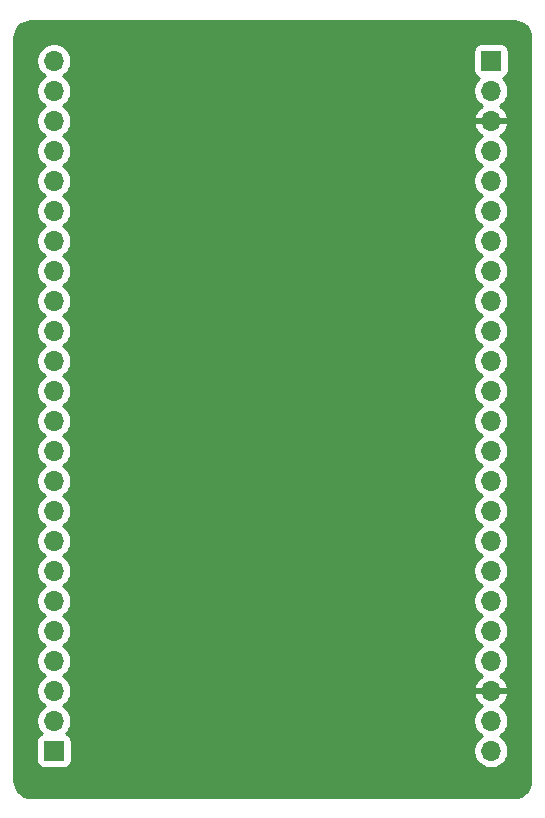
<source format=gbr>
G04 #@! TF.GenerationSoftware,KiCad,Pcbnew,(5.1.5)-3*
G04 #@! TF.CreationDate,2020-03-06T02:38:52-05:00*
G04 #@! TF.ProjectId,SingleBoard,53696e67-6c65-4426-9f61-72642e6b6963,rev?*
G04 #@! TF.SameCoordinates,Original*
G04 #@! TF.FileFunction,Copper,L2,Bot*
G04 #@! TF.FilePolarity,Positive*
%FSLAX46Y46*%
G04 Gerber Fmt 4.6, Leading zero omitted, Abs format (unit mm)*
G04 Created by KiCad (PCBNEW (5.1.5)-3) date 2020-03-06 02:38:52*
%MOMM*%
%LPD*%
G04 APERTURE LIST*
%ADD10O,1.700000X1.700000*%
%ADD11R,1.700000X1.700000*%
%ADD12C,0.254000*%
G04 APERTURE END LIST*
D10*
X131000000Y-102420000D03*
X131000000Y-99880000D03*
X131000000Y-97340000D03*
X131000000Y-94800000D03*
X131000000Y-92260000D03*
X131000000Y-89720000D03*
X131000000Y-87180000D03*
X131000000Y-84640000D03*
X131000000Y-82100000D03*
X131000000Y-79560000D03*
X131000000Y-77020000D03*
X131000000Y-74480000D03*
X131000000Y-71940000D03*
X131000000Y-69400000D03*
X131000000Y-66860000D03*
X131000000Y-64320000D03*
X131000000Y-61780000D03*
X131000000Y-59240000D03*
X131000000Y-56700000D03*
X131000000Y-54160000D03*
X131000000Y-51620000D03*
X131000000Y-49080000D03*
X131000000Y-46540000D03*
D11*
X131000000Y-44000000D03*
D10*
X94000000Y-44000000D03*
X94000000Y-46540000D03*
X94000000Y-49080000D03*
X94000000Y-51620000D03*
X94000000Y-54160000D03*
X94000000Y-56700000D03*
X94000000Y-59240000D03*
X94000000Y-61780000D03*
X94000000Y-64320000D03*
X94000000Y-66860000D03*
X94000000Y-69400000D03*
X94000000Y-71940000D03*
X94000000Y-74480000D03*
X94000000Y-77020000D03*
X94000000Y-79560000D03*
X94000000Y-82100000D03*
X94000000Y-84640000D03*
X94000000Y-87180000D03*
X94000000Y-89720000D03*
X94000000Y-92260000D03*
X94000000Y-94800000D03*
X94000000Y-97340000D03*
X94000000Y-99880000D03*
D11*
X94000000Y-102420000D03*
D12*
G36*
X133259659Y-40688625D02*
G01*
X133509429Y-40764035D01*
X133739792Y-40886522D01*
X133941980Y-41051422D01*
X134108286Y-41252450D01*
X134232378Y-41481954D01*
X134309531Y-41731195D01*
X134340000Y-42021088D01*
X134340001Y-104967711D01*
X134311375Y-105259660D01*
X134235965Y-105509429D01*
X134113477Y-105739794D01*
X133948579Y-105941979D01*
X133747546Y-106108288D01*
X133518046Y-106232378D01*
X133268805Y-106309531D01*
X132978911Y-106340000D01*
X92032279Y-106340000D01*
X91740340Y-106311375D01*
X91490571Y-106235965D01*
X91260206Y-106113477D01*
X91058021Y-105948579D01*
X90891712Y-105747546D01*
X90767622Y-105518046D01*
X90690469Y-105268805D01*
X90660000Y-104978911D01*
X90660000Y-101570000D01*
X92511928Y-101570000D01*
X92511928Y-103270000D01*
X92524188Y-103394482D01*
X92560498Y-103514180D01*
X92619463Y-103624494D01*
X92698815Y-103721185D01*
X92795506Y-103800537D01*
X92905820Y-103859502D01*
X93025518Y-103895812D01*
X93150000Y-103908072D01*
X94850000Y-103908072D01*
X94974482Y-103895812D01*
X95094180Y-103859502D01*
X95204494Y-103800537D01*
X95301185Y-103721185D01*
X95380537Y-103624494D01*
X95439502Y-103514180D01*
X95475812Y-103394482D01*
X95488072Y-103270000D01*
X95488072Y-101570000D01*
X95475812Y-101445518D01*
X95439502Y-101325820D01*
X95380537Y-101215506D01*
X95301185Y-101118815D01*
X95204494Y-101039463D01*
X95094180Y-100980498D01*
X95021620Y-100958487D01*
X95153475Y-100826632D01*
X95315990Y-100583411D01*
X95427932Y-100313158D01*
X95485000Y-100026260D01*
X95485000Y-99733740D01*
X129515000Y-99733740D01*
X129515000Y-100026260D01*
X129572068Y-100313158D01*
X129684010Y-100583411D01*
X129846525Y-100826632D01*
X130053368Y-101033475D01*
X130227760Y-101150000D01*
X130053368Y-101266525D01*
X129846525Y-101473368D01*
X129684010Y-101716589D01*
X129572068Y-101986842D01*
X129515000Y-102273740D01*
X129515000Y-102566260D01*
X129572068Y-102853158D01*
X129684010Y-103123411D01*
X129846525Y-103366632D01*
X130053368Y-103573475D01*
X130296589Y-103735990D01*
X130566842Y-103847932D01*
X130853740Y-103905000D01*
X131146260Y-103905000D01*
X131433158Y-103847932D01*
X131703411Y-103735990D01*
X131946632Y-103573475D01*
X132153475Y-103366632D01*
X132315990Y-103123411D01*
X132427932Y-102853158D01*
X132485000Y-102566260D01*
X132485000Y-102273740D01*
X132427932Y-101986842D01*
X132315990Y-101716589D01*
X132153475Y-101473368D01*
X131946632Y-101266525D01*
X131772240Y-101150000D01*
X131946632Y-101033475D01*
X132153475Y-100826632D01*
X132315990Y-100583411D01*
X132427932Y-100313158D01*
X132485000Y-100026260D01*
X132485000Y-99733740D01*
X132427932Y-99446842D01*
X132315990Y-99176589D01*
X132153475Y-98933368D01*
X131946632Y-98726525D01*
X131764466Y-98604805D01*
X131881355Y-98535178D01*
X132097588Y-98340269D01*
X132271641Y-98106920D01*
X132396825Y-97844099D01*
X132441476Y-97696890D01*
X132320155Y-97467000D01*
X131127000Y-97467000D01*
X131127000Y-97487000D01*
X130873000Y-97487000D01*
X130873000Y-97467000D01*
X129679845Y-97467000D01*
X129558524Y-97696890D01*
X129603175Y-97844099D01*
X129728359Y-98106920D01*
X129902412Y-98340269D01*
X130118645Y-98535178D01*
X130235534Y-98604805D01*
X130053368Y-98726525D01*
X129846525Y-98933368D01*
X129684010Y-99176589D01*
X129572068Y-99446842D01*
X129515000Y-99733740D01*
X95485000Y-99733740D01*
X95427932Y-99446842D01*
X95315990Y-99176589D01*
X95153475Y-98933368D01*
X94946632Y-98726525D01*
X94772240Y-98610000D01*
X94946632Y-98493475D01*
X95153475Y-98286632D01*
X95315990Y-98043411D01*
X95427932Y-97773158D01*
X95485000Y-97486260D01*
X95485000Y-97193740D01*
X95427932Y-96906842D01*
X95315990Y-96636589D01*
X95153475Y-96393368D01*
X94946632Y-96186525D01*
X94772240Y-96070000D01*
X94946632Y-95953475D01*
X95153475Y-95746632D01*
X95315990Y-95503411D01*
X95427932Y-95233158D01*
X95485000Y-94946260D01*
X95485000Y-94653740D01*
X95427932Y-94366842D01*
X95315990Y-94096589D01*
X95153475Y-93853368D01*
X94946632Y-93646525D01*
X94772240Y-93530000D01*
X94946632Y-93413475D01*
X95153475Y-93206632D01*
X95315990Y-92963411D01*
X95427932Y-92693158D01*
X95485000Y-92406260D01*
X95485000Y-92113740D01*
X95427932Y-91826842D01*
X95315990Y-91556589D01*
X95153475Y-91313368D01*
X94946632Y-91106525D01*
X94772240Y-90990000D01*
X94946632Y-90873475D01*
X95153475Y-90666632D01*
X95315990Y-90423411D01*
X95427932Y-90153158D01*
X95485000Y-89866260D01*
X95485000Y-89573740D01*
X95427932Y-89286842D01*
X95315990Y-89016589D01*
X95153475Y-88773368D01*
X94946632Y-88566525D01*
X94772240Y-88450000D01*
X94946632Y-88333475D01*
X95153475Y-88126632D01*
X95315990Y-87883411D01*
X95427932Y-87613158D01*
X95485000Y-87326260D01*
X95485000Y-87033740D01*
X95427932Y-86746842D01*
X95315990Y-86476589D01*
X95153475Y-86233368D01*
X94946632Y-86026525D01*
X94772240Y-85910000D01*
X94946632Y-85793475D01*
X95153475Y-85586632D01*
X95315990Y-85343411D01*
X95427932Y-85073158D01*
X95485000Y-84786260D01*
X95485000Y-84493740D01*
X95427932Y-84206842D01*
X95315990Y-83936589D01*
X95153475Y-83693368D01*
X94946632Y-83486525D01*
X94772240Y-83370000D01*
X94946632Y-83253475D01*
X95153475Y-83046632D01*
X95315990Y-82803411D01*
X95427932Y-82533158D01*
X95485000Y-82246260D01*
X95485000Y-81953740D01*
X95427932Y-81666842D01*
X95315990Y-81396589D01*
X95153475Y-81153368D01*
X94946632Y-80946525D01*
X94772240Y-80830000D01*
X94946632Y-80713475D01*
X95153475Y-80506632D01*
X95315990Y-80263411D01*
X95427932Y-79993158D01*
X95485000Y-79706260D01*
X95485000Y-79413740D01*
X95427932Y-79126842D01*
X95315990Y-78856589D01*
X95153475Y-78613368D01*
X94946632Y-78406525D01*
X94772240Y-78290000D01*
X94946632Y-78173475D01*
X95153475Y-77966632D01*
X95315990Y-77723411D01*
X95427932Y-77453158D01*
X95485000Y-77166260D01*
X95485000Y-76873740D01*
X95427932Y-76586842D01*
X95315990Y-76316589D01*
X95153475Y-76073368D01*
X94946632Y-75866525D01*
X94772240Y-75750000D01*
X94946632Y-75633475D01*
X95153475Y-75426632D01*
X95315990Y-75183411D01*
X95427932Y-74913158D01*
X95485000Y-74626260D01*
X95485000Y-74333740D01*
X95427932Y-74046842D01*
X95315990Y-73776589D01*
X95153475Y-73533368D01*
X94946632Y-73326525D01*
X94772240Y-73210000D01*
X94946632Y-73093475D01*
X95153475Y-72886632D01*
X95315990Y-72643411D01*
X95427932Y-72373158D01*
X95485000Y-72086260D01*
X95485000Y-71793740D01*
X95427932Y-71506842D01*
X95315990Y-71236589D01*
X95153475Y-70993368D01*
X94946632Y-70786525D01*
X94772240Y-70670000D01*
X94946632Y-70553475D01*
X95153475Y-70346632D01*
X95315990Y-70103411D01*
X95427932Y-69833158D01*
X95485000Y-69546260D01*
X95485000Y-69253740D01*
X95427932Y-68966842D01*
X95315990Y-68696589D01*
X95153475Y-68453368D01*
X94946632Y-68246525D01*
X94772240Y-68130000D01*
X94946632Y-68013475D01*
X95153475Y-67806632D01*
X95315990Y-67563411D01*
X95427932Y-67293158D01*
X95485000Y-67006260D01*
X95485000Y-66713740D01*
X95427932Y-66426842D01*
X95315990Y-66156589D01*
X95153475Y-65913368D01*
X94946632Y-65706525D01*
X94772240Y-65590000D01*
X94946632Y-65473475D01*
X95153475Y-65266632D01*
X95315990Y-65023411D01*
X95427932Y-64753158D01*
X95485000Y-64466260D01*
X95485000Y-64173740D01*
X95427932Y-63886842D01*
X95315990Y-63616589D01*
X95153475Y-63373368D01*
X94946632Y-63166525D01*
X94772240Y-63050000D01*
X94946632Y-62933475D01*
X95153475Y-62726632D01*
X95315990Y-62483411D01*
X95427932Y-62213158D01*
X95485000Y-61926260D01*
X95485000Y-61633740D01*
X95427932Y-61346842D01*
X95315990Y-61076589D01*
X95153475Y-60833368D01*
X94946632Y-60626525D01*
X94772240Y-60510000D01*
X94946632Y-60393475D01*
X95153475Y-60186632D01*
X95315990Y-59943411D01*
X95427932Y-59673158D01*
X95485000Y-59386260D01*
X95485000Y-59093740D01*
X95427932Y-58806842D01*
X95315990Y-58536589D01*
X95153475Y-58293368D01*
X94946632Y-58086525D01*
X94772240Y-57970000D01*
X94946632Y-57853475D01*
X95153475Y-57646632D01*
X95315990Y-57403411D01*
X95427932Y-57133158D01*
X95485000Y-56846260D01*
X95485000Y-56553740D01*
X95427932Y-56266842D01*
X95315990Y-55996589D01*
X95153475Y-55753368D01*
X94946632Y-55546525D01*
X94772240Y-55430000D01*
X94946632Y-55313475D01*
X95153475Y-55106632D01*
X95315990Y-54863411D01*
X95427932Y-54593158D01*
X95485000Y-54306260D01*
X95485000Y-54013740D01*
X95427932Y-53726842D01*
X95315990Y-53456589D01*
X95153475Y-53213368D01*
X94946632Y-53006525D01*
X94772240Y-52890000D01*
X94946632Y-52773475D01*
X95153475Y-52566632D01*
X95315990Y-52323411D01*
X95427932Y-52053158D01*
X95485000Y-51766260D01*
X95485000Y-51473740D01*
X129515000Y-51473740D01*
X129515000Y-51766260D01*
X129572068Y-52053158D01*
X129684010Y-52323411D01*
X129846525Y-52566632D01*
X130053368Y-52773475D01*
X130227760Y-52890000D01*
X130053368Y-53006525D01*
X129846525Y-53213368D01*
X129684010Y-53456589D01*
X129572068Y-53726842D01*
X129515000Y-54013740D01*
X129515000Y-54306260D01*
X129572068Y-54593158D01*
X129684010Y-54863411D01*
X129846525Y-55106632D01*
X130053368Y-55313475D01*
X130227760Y-55430000D01*
X130053368Y-55546525D01*
X129846525Y-55753368D01*
X129684010Y-55996589D01*
X129572068Y-56266842D01*
X129515000Y-56553740D01*
X129515000Y-56846260D01*
X129572068Y-57133158D01*
X129684010Y-57403411D01*
X129846525Y-57646632D01*
X130053368Y-57853475D01*
X130227760Y-57970000D01*
X130053368Y-58086525D01*
X129846525Y-58293368D01*
X129684010Y-58536589D01*
X129572068Y-58806842D01*
X129515000Y-59093740D01*
X129515000Y-59386260D01*
X129572068Y-59673158D01*
X129684010Y-59943411D01*
X129846525Y-60186632D01*
X130053368Y-60393475D01*
X130227760Y-60510000D01*
X130053368Y-60626525D01*
X129846525Y-60833368D01*
X129684010Y-61076589D01*
X129572068Y-61346842D01*
X129515000Y-61633740D01*
X129515000Y-61926260D01*
X129572068Y-62213158D01*
X129684010Y-62483411D01*
X129846525Y-62726632D01*
X130053368Y-62933475D01*
X130227760Y-63050000D01*
X130053368Y-63166525D01*
X129846525Y-63373368D01*
X129684010Y-63616589D01*
X129572068Y-63886842D01*
X129515000Y-64173740D01*
X129515000Y-64466260D01*
X129572068Y-64753158D01*
X129684010Y-65023411D01*
X129846525Y-65266632D01*
X130053368Y-65473475D01*
X130227760Y-65590000D01*
X130053368Y-65706525D01*
X129846525Y-65913368D01*
X129684010Y-66156589D01*
X129572068Y-66426842D01*
X129515000Y-66713740D01*
X129515000Y-67006260D01*
X129572068Y-67293158D01*
X129684010Y-67563411D01*
X129846525Y-67806632D01*
X130053368Y-68013475D01*
X130227760Y-68130000D01*
X130053368Y-68246525D01*
X129846525Y-68453368D01*
X129684010Y-68696589D01*
X129572068Y-68966842D01*
X129515000Y-69253740D01*
X129515000Y-69546260D01*
X129572068Y-69833158D01*
X129684010Y-70103411D01*
X129846525Y-70346632D01*
X130053368Y-70553475D01*
X130227760Y-70670000D01*
X130053368Y-70786525D01*
X129846525Y-70993368D01*
X129684010Y-71236589D01*
X129572068Y-71506842D01*
X129515000Y-71793740D01*
X129515000Y-72086260D01*
X129572068Y-72373158D01*
X129684010Y-72643411D01*
X129846525Y-72886632D01*
X130053368Y-73093475D01*
X130227760Y-73210000D01*
X130053368Y-73326525D01*
X129846525Y-73533368D01*
X129684010Y-73776589D01*
X129572068Y-74046842D01*
X129515000Y-74333740D01*
X129515000Y-74626260D01*
X129572068Y-74913158D01*
X129684010Y-75183411D01*
X129846525Y-75426632D01*
X130053368Y-75633475D01*
X130227760Y-75750000D01*
X130053368Y-75866525D01*
X129846525Y-76073368D01*
X129684010Y-76316589D01*
X129572068Y-76586842D01*
X129515000Y-76873740D01*
X129515000Y-77166260D01*
X129572068Y-77453158D01*
X129684010Y-77723411D01*
X129846525Y-77966632D01*
X130053368Y-78173475D01*
X130227760Y-78290000D01*
X130053368Y-78406525D01*
X129846525Y-78613368D01*
X129684010Y-78856589D01*
X129572068Y-79126842D01*
X129515000Y-79413740D01*
X129515000Y-79706260D01*
X129572068Y-79993158D01*
X129684010Y-80263411D01*
X129846525Y-80506632D01*
X130053368Y-80713475D01*
X130227760Y-80830000D01*
X130053368Y-80946525D01*
X129846525Y-81153368D01*
X129684010Y-81396589D01*
X129572068Y-81666842D01*
X129515000Y-81953740D01*
X129515000Y-82246260D01*
X129572068Y-82533158D01*
X129684010Y-82803411D01*
X129846525Y-83046632D01*
X130053368Y-83253475D01*
X130227760Y-83370000D01*
X130053368Y-83486525D01*
X129846525Y-83693368D01*
X129684010Y-83936589D01*
X129572068Y-84206842D01*
X129515000Y-84493740D01*
X129515000Y-84786260D01*
X129572068Y-85073158D01*
X129684010Y-85343411D01*
X129846525Y-85586632D01*
X130053368Y-85793475D01*
X130227760Y-85910000D01*
X130053368Y-86026525D01*
X129846525Y-86233368D01*
X129684010Y-86476589D01*
X129572068Y-86746842D01*
X129515000Y-87033740D01*
X129515000Y-87326260D01*
X129572068Y-87613158D01*
X129684010Y-87883411D01*
X129846525Y-88126632D01*
X130053368Y-88333475D01*
X130227760Y-88450000D01*
X130053368Y-88566525D01*
X129846525Y-88773368D01*
X129684010Y-89016589D01*
X129572068Y-89286842D01*
X129515000Y-89573740D01*
X129515000Y-89866260D01*
X129572068Y-90153158D01*
X129684010Y-90423411D01*
X129846525Y-90666632D01*
X130053368Y-90873475D01*
X130227760Y-90990000D01*
X130053368Y-91106525D01*
X129846525Y-91313368D01*
X129684010Y-91556589D01*
X129572068Y-91826842D01*
X129515000Y-92113740D01*
X129515000Y-92406260D01*
X129572068Y-92693158D01*
X129684010Y-92963411D01*
X129846525Y-93206632D01*
X130053368Y-93413475D01*
X130227760Y-93530000D01*
X130053368Y-93646525D01*
X129846525Y-93853368D01*
X129684010Y-94096589D01*
X129572068Y-94366842D01*
X129515000Y-94653740D01*
X129515000Y-94946260D01*
X129572068Y-95233158D01*
X129684010Y-95503411D01*
X129846525Y-95746632D01*
X130053368Y-95953475D01*
X130235534Y-96075195D01*
X130118645Y-96144822D01*
X129902412Y-96339731D01*
X129728359Y-96573080D01*
X129603175Y-96835901D01*
X129558524Y-96983110D01*
X129679845Y-97213000D01*
X130873000Y-97213000D01*
X130873000Y-97193000D01*
X131127000Y-97193000D01*
X131127000Y-97213000D01*
X132320155Y-97213000D01*
X132441476Y-96983110D01*
X132396825Y-96835901D01*
X132271641Y-96573080D01*
X132097588Y-96339731D01*
X131881355Y-96144822D01*
X131764466Y-96075195D01*
X131946632Y-95953475D01*
X132153475Y-95746632D01*
X132315990Y-95503411D01*
X132427932Y-95233158D01*
X132485000Y-94946260D01*
X132485000Y-94653740D01*
X132427932Y-94366842D01*
X132315990Y-94096589D01*
X132153475Y-93853368D01*
X131946632Y-93646525D01*
X131772240Y-93530000D01*
X131946632Y-93413475D01*
X132153475Y-93206632D01*
X132315990Y-92963411D01*
X132427932Y-92693158D01*
X132485000Y-92406260D01*
X132485000Y-92113740D01*
X132427932Y-91826842D01*
X132315990Y-91556589D01*
X132153475Y-91313368D01*
X131946632Y-91106525D01*
X131772240Y-90990000D01*
X131946632Y-90873475D01*
X132153475Y-90666632D01*
X132315990Y-90423411D01*
X132427932Y-90153158D01*
X132485000Y-89866260D01*
X132485000Y-89573740D01*
X132427932Y-89286842D01*
X132315990Y-89016589D01*
X132153475Y-88773368D01*
X131946632Y-88566525D01*
X131772240Y-88450000D01*
X131946632Y-88333475D01*
X132153475Y-88126632D01*
X132315990Y-87883411D01*
X132427932Y-87613158D01*
X132485000Y-87326260D01*
X132485000Y-87033740D01*
X132427932Y-86746842D01*
X132315990Y-86476589D01*
X132153475Y-86233368D01*
X131946632Y-86026525D01*
X131772240Y-85910000D01*
X131946632Y-85793475D01*
X132153475Y-85586632D01*
X132315990Y-85343411D01*
X132427932Y-85073158D01*
X132485000Y-84786260D01*
X132485000Y-84493740D01*
X132427932Y-84206842D01*
X132315990Y-83936589D01*
X132153475Y-83693368D01*
X131946632Y-83486525D01*
X131772240Y-83370000D01*
X131946632Y-83253475D01*
X132153475Y-83046632D01*
X132315990Y-82803411D01*
X132427932Y-82533158D01*
X132485000Y-82246260D01*
X132485000Y-81953740D01*
X132427932Y-81666842D01*
X132315990Y-81396589D01*
X132153475Y-81153368D01*
X131946632Y-80946525D01*
X131772240Y-80830000D01*
X131946632Y-80713475D01*
X132153475Y-80506632D01*
X132315990Y-80263411D01*
X132427932Y-79993158D01*
X132485000Y-79706260D01*
X132485000Y-79413740D01*
X132427932Y-79126842D01*
X132315990Y-78856589D01*
X132153475Y-78613368D01*
X131946632Y-78406525D01*
X131772240Y-78290000D01*
X131946632Y-78173475D01*
X132153475Y-77966632D01*
X132315990Y-77723411D01*
X132427932Y-77453158D01*
X132485000Y-77166260D01*
X132485000Y-76873740D01*
X132427932Y-76586842D01*
X132315990Y-76316589D01*
X132153475Y-76073368D01*
X131946632Y-75866525D01*
X131772240Y-75750000D01*
X131946632Y-75633475D01*
X132153475Y-75426632D01*
X132315990Y-75183411D01*
X132427932Y-74913158D01*
X132485000Y-74626260D01*
X132485000Y-74333740D01*
X132427932Y-74046842D01*
X132315990Y-73776589D01*
X132153475Y-73533368D01*
X131946632Y-73326525D01*
X131772240Y-73210000D01*
X131946632Y-73093475D01*
X132153475Y-72886632D01*
X132315990Y-72643411D01*
X132427932Y-72373158D01*
X132485000Y-72086260D01*
X132485000Y-71793740D01*
X132427932Y-71506842D01*
X132315990Y-71236589D01*
X132153475Y-70993368D01*
X131946632Y-70786525D01*
X131772240Y-70670000D01*
X131946632Y-70553475D01*
X132153475Y-70346632D01*
X132315990Y-70103411D01*
X132427932Y-69833158D01*
X132485000Y-69546260D01*
X132485000Y-69253740D01*
X132427932Y-68966842D01*
X132315990Y-68696589D01*
X132153475Y-68453368D01*
X131946632Y-68246525D01*
X131772240Y-68130000D01*
X131946632Y-68013475D01*
X132153475Y-67806632D01*
X132315990Y-67563411D01*
X132427932Y-67293158D01*
X132485000Y-67006260D01*
X132485000Y-66713740D01*
X132427932Y-66426842D01*
X132315990Y-66156589D01*
X132153475Y-65913368D01*
X131946632Y-65706525D01*
X131772240Y-65590000D01*
X131946632Y-65473475D01*
X132153475Y-65266632D01*
X132315990Y-65023411D01*
X132427932Y-64753158D01*
X132485000Y-64466260D01*
X132485000Y-64173740D01*
X132427932Y-63886842D01*
X132315990Y-63616589D01*
X132153475Y-63373368D01*
X131946632Y-63166525D01*
X131772240Y-63050000D01*
X131946632Y-62933475D01*
X132153475Y-62726632D01*
X132315990Y-62483411D01*
X132427932Y-62213158D01*
X132485000Y-61926260D01*
X132485000Y-61633740D01*
X132427932Y-61346842D01*
X132315990Y-61076589D01*
X132153475Y-60833368D01*
X131946632Y-60626525D01*
X131772240Y-60510000D01*
X131946632Y-60393475D01*
X132153475Y-60186632D01*
X132315990Y-59943411D01*
X132427932Y-59673158D01*
X132485000Y-59386260D01*
X132485000Y-59093740D01*
X132427932Y-58806842D01*
X132315990Y-58536589D01*
X132153475Y-58293368D01*
X131946632Y-58086525D01*
X131772240Y-57970000D01*
X131946632Y-57853475D01*
X132153475Y-57646632D01*
X132315990Y-57403411D01*
X132427932Y-57133158D01*
X132485000Y-56846260D01*
X132485000Y-56553740D01*
X132427932Y-56266842D01*
X132315990Y-55996589D01*
X132153475Y-55753368D01*
X131946632Y-55546525D01*
X131772240Y-55430000D01*
X131946632Y-55313475D01*
X132153475Y-55106632D01*
X132315990Y-54863411D01*
X132427932Y-54593158D01*
X132485000Y-54306260D01*
X132485000Y-54013740D01*
X132427932Y-53726842D01*
X132315990Y-53456589D01*
X132153475Y-53213368D01*
X131946632Y-53006525D01*
X131772240Y-52890000D01*
X131946632Y-52773475D01*
X132153475Y-52566632D01*
X132315990Y-52323411D01*
X132427932Y-52053158D01*
X132485000Y-51766260D01*
X132485000Y-51473740D01*
X132427932Y-51186842D01*
X132315990Y-50916589D01*
X132153475Y-50673368D01*
X131946632Y-50466525D01*
X131764466Y-50344805D01*
X131881355Y-50275178D01*
X132097588Y-50080269D01*
X132271641Y-49846920D01*
X132396825Y-49584099D01*
X132441476Y-49436890D01*
X132320155Y-49207000D01*
X131127000Y-49207000D01*
X131127000Y-49227000D01*
X130873000Y-49227000D01*
X130873000Y-49207000D01*
X129679845Y-49207000D01*
X129558524Y-49436890D01*
X129603175Y-49584099D01*
X129728359Y-49846920D01*
X129902412Y-50080269D01*
X130118645Y-50275178D01*
X130235534Y-50344805D01*
X130053368Y-50466525D01*
X129846525Y-50673368D01*
X129684010Y-50916589D01*
X129572068Y-51186842D01*
X129515000Y-51473740D01*
X95485000Y-51473740D01*
X95427932Y-51186842D01*
X95315990Y-50916589D01*
X95153475Y-50673368D01*
X94946632Y-50466525D01*
X94772240Y-50350000D01*
X94946632Y-50233475D01*
X95153475Y-50026632D01*
X95315990Y-49783411D01*
X95427932Y-49513158D01*
X95485000Y-49226260D01*
X95485000Y-48933740D01*
X95427932Y-48646842D01*
X95315990Y-48376589D01*
X95153475Y-48133368D01*
X94946632Y-47926525D01*
X94772240Y-47810000D01*
X94946632Y-47693475D01*
X95153475Y-47486632D01*
X95315990Y-47243411D01*
X95427932Y-46973158D01*
X95485000Y-46686260D01*
X95485000Y-46393740D01*
X95427932Y-46106842D01*
X95315990Y-45836589D01*
X95153475Y-45593368D01*
X94946632Y-45386525D01*
X94772240Y-45270000D01*
X94946632Y-45153475D01*
X95153475Y-44946632D01*
X95315990Y-44703411D01*
X95427932Y-44433158D01*
X95485000Y-44146260D01*
X95485000Y-43853740D01*
X95427932Y-43566842D01*
X95315990Y-43296589D01*
X95218043Y-43150000D01*
X129511928Y-43150000D01*
X129511928Y-44850000D01*
X129524188Y-44974482D01*
X129560498Y-45094180D01*
X129619463Y-45204494D01*
X129698815Y-45301185D01*
X129795506Y-45380537D01*
X129905820Y-45439502D01*
X129978380Y-45461513D01*
X129846525Y-45593368D01*
X129684010Y-45836589D01*
X129572068Y-46106842D01*
X129515000Y-46393740D01*
X129515000Y-46686260D01*
X129572068Y-46973158D01*
X129684010Y-47243411D01*
X129846525Y-47486632D01*
X130053368Y-47693475D01*
X130235534Y-47815195D01*
X130118645Y-47884822D01*
X129902412Y-48079731D01*
X129728359Y-48313080D01*
X129603175Y-48575901D01*
X129558524Y-48723110D01*
X129679845Y-48953000D01*
X130873000Y-48953000D01*
X130873000Y-48933000D01*
X131127000Y-48933000D01*
X131127000Y-48953000D01*
X132320155Y-48953000D01*
X132441476Y-48723110D01*
X132396825Y-48575901D01*
X132271641Y-48313080D01*
X132097588Y-48079731D01*
X131881355Y-47884822D01*
X131764466Y-47815195D01*
X131946632Y-47693475D01*
X132153475Y-47486632D01*
X132315990Y-47243411D01*
X132427932Y-46973158D01*
X132485000Y-46686260D01*
X132485000Y-46393740D01*
X132427932Y-46106842D01*
X132315990Y-45836589D01*
X132153475Y-45593368D01*
X132021620Y-45461513D01*
X132094180Y-45439502D01*
X132204494Y-45380537D01*
X132301185Y-45301185D01*
X132380537Y-45204494D01*
X132439502Y-45094180D01*
X132475812Y-44974482D01*
X132488072Y-44850000D01*
X132488072Y-43150000D01*
X132475812Y-43025518D01*
X132439502Y-42905820D01*
X132380537Y-42795506D01*
X132301185Y-42698815D01*
X132204494Y-42619463D01*
X132094180Y-42560498D01*
X131974482Y-42524188D01*
X131850000Y-42511928D01*
X130150000Y-42511928D01*
X130025518Y-42524188D01*
X129905820Y-42560498D01*
X129795506Y-42619463D01*
X129698815Y-42698815D01*
X129619463Y-42795506D01*
X129560498Y-42905820D01*
X129524188Y-43025518D01*
X129511928Y-43150000D01*
X95218043Y-43150000D01*
X95153475Y-43053368D01*
X94946632Y-42846525D01*
X94703411Y-42684010D01*
X94433158Y-42572068D01*
X94146260Y-42515000D01*
X93853740Y-42515000D01*
X93566842Y-42572068D01*
X93296589Y-42684010D01*
X93053368Y-42846525D01*
X92846525Y-43053368D01*
X92684010Y-43296589D01*
X92572068Y-43566842D01*
X92515000Y-43853740D01*
X92515000Y-44146260D01*
X92572068Y-44433158D01*
X92684010Y-44703411D01*
X92846525Y-44946632D01*
X93053368Y-45153475D01*
X93227760Y-45270000D01*
X93053368Y-45386525D01*
X92846525Y-45593368D01*
X92684010Y-45836589D01*
X92572068Y-46106842D01*
X92515000Y-46393740D01*
X92515000Y-46686260D01*
X92572068Y-46973158D01*
X92684010Y-47243411D01*
X92846525Y-47486632D01*
X93053368Y-47693475D01*
X93227760Y-47810000D01*
X93053368Y-47926525D01*
X92846525Y-48133368D01*
X92684010Y-48376589D01*
X92572068Y-48646842D01*
X92515000Y-48933740D01*
X92515000Y-49226260D01*
X92572068Y-49513158D01*
X92684010Y-49783411D01*
X92846525Y-50026632D01*
X93053368Y-50233475D01*
X93227760Y-50350000D01*
X93053368Y-50466525D01*
X92846525Y-50673368D01*
X92684010Y-50916589D01*
X92572068Y-51186842D01*
X92515000Y-51473740D01*
X92515000Y-51766260D01*
X92572068Y-52053158D01*
X92684010Y-52323411D01*
X92846525Y-52566632D01*
X93053368Y-52773475D01*
X93227760Y-52890000D01*
X93053368Y-53006525D01*
X92846525Y-53213368D01*
X92684010Y-53456589D01*
X92572068Y-53726842D01*
X92515000Y-54013740D01*
X92515000Y-54306260D01*
X92572068Y-54593158D01*
X92684010Y-54863411D01*
X92846525Y-55106632D01*
X93053368Y-55313475D01*
X93227760Y-55430000D01*
X93053368Y-55546525D01*
X92846525Y-55753368D01*
X92684010Y-55996589D01*
X92572068Y-56266842D01*
X92515000Y-56553740D01*
X92515000Y-56846260D01*
X92572068Y-57133158D01*
X92684010Y-57403411D01*
X92846525Y-57646632D01*
X93053368Y-57853475D01*
X93227760Y-57970000D01*
X93053368Y-58086525D01*
X92846525Y-58293368D01*
X92684010Y-58536589D01*
X92572068Y-58806842D01*
X92515000Y-59093740D01*
X92515000Y-59386260D01*
X92572068Y-59673158D01*
X92684010Y-59943411D01*
X92846525Y-60186632D01*
X93053368Y-60393475D01*
X93227760Y-60510000D01*
X93053368Y-60626525D01*
X92846525Y-60833368D01*
X92684010Y-61076589D01*
X92572068Y-61346842D01*
X92515000Y-61633740D01*
X92515000Y-61926260D01*
X92572068Y-62213158D01*
X92684010Y-62483411D01*
X92846525Y-62726632D01*
X93053368Y-62933475D01*
X93227760Y-63050000D01*
X93053368Y-63166525D01*
X92846525Y-63373368D01*
X92684010Y-63616589D01*
X92572068Y-63886842D01*
X92515000Y-64173740D01*
X92515000Y-64466260D01*
X92572068Y-64753158D01*
X92684010Y-65023411D01*
X92846525Y-65266632D01*
X93053368Y-65473475D01*
X93227760Y-65590000D01*
X93053368Y-65706525D01*
X92846525Y-65913368D01*
X92684010Y-66156589D01*
X92572068Y-66426842D01*
X92515000Y-66713740D01*
X92515000Y-67006260D01*
X92572068Y-67293158D01*
X92684010Y-67563411D01*
X92846525Y-67806632D01*
X93053368Y-68013475D01*
X93227760Y-68130000D01*
X93053368Y-68246525D01*
X92846525Y-68453368D01*
X92684010Y-68696589D01*
X92572068Y-68966842D01*
X92515000Y-69253740D01*
X92515000Y-69546260D01*
X92572068Y-69833158D01*
X92684010Y-70103411D01*
X92846525Y-70346632D01*
X93053368Y-70553475D01*
X93227760Y-70670000D01*
X93053368Y-70786525D01*
X92846525Y-70993368D01*
X92684010Y-71236589D01*
X92572068Y-71506842D01*
X92515000Y-71793740D01*
X92515000Y-72086260D01*
X92572068Y-72373158D01*
X92684010Y-72643411D01*
X92846525Y-72886632D01*
X93053368Y-73093475D01*
X93227760Y-73210000D01*
X93053368Y-73326525D01*
X92846525Y-73533368D01*
X92684010Y-73776589D01*
X92572068Y-74046842D01*
X92515000Y-74333740D01*
X92515000Y-74626260D01*
X92572068Y-74913158D01*
X92684010Y-75183411D01*
X92846525Y-75426632D01*
X93053368Y-75633475D01*
X93227760Y-75750000D01*
X93053368Y-75866525D01*
X92846525Y-76073368D01*
X92684010Y-76316589D01*
X92572068Y-76586842D01*
X92515000Y-76873740D01*
X92515000Y-77166260D01*
X92572068Y-77453158D01*
X92684010Y-77723411D01*
X92846525Y-77966632D01*
X93053368Y-78173475D01*
X93227760Y-78290000D01*
X93053368Y-78406525D01*
X92846525Y-78613368D01*
X92684010Y-78856589D01*
X92572068Y-79126842D01*
X92515000Y-79413740D01*
X92515000Y-79706260D01*
X92572068Y-79993158D01*
X92684010Y-80263411D01*
X92846525Y-80506632D01*
X93053368Y-80713475D01*
X93227760Y-80830000D01*
X93053368Y-80946525D01*
X92846525Y-81153368D01*
X92684010Y-81396589D01*
X92572068Y-81666842D01*
X92515000Y-81953740D01*
X92515000Y-82246260D01*
X92572068Y-82533158D01*
X92684010Y-82803411D01*
X92846525Y-83046632D01*
X93053368Y-83253475D01*
X93227760Y-83370000D01*
X93053368Y-83486525D01*
X92846525Y-83693368D01*
X92684010Y-83936589D01*
X92572068Y-84206842D01*
X92515000Y-84493740D01*
X92515000Y-84786260D01*
X92572068Y-85073158D01*
X92684010Y-85343411D01*
X92846525Y-85586632D01*
X93053368Y-85793475D01*
X93227760Y-85910000D01*
X93053368Y-86026525D01*
X92846525Y-86233368D01*
X92684010Y-86476589D01*
X92572068Y-86746842D01*
X92515000Y-87033740D01*
X92515000Y-87326260D01*
X92572068Y-87613158D01*
X92684010Y-87883411D01*
X92846525Y-88126632D01*
X93053368Y-88333475D01*
X93227760Y-88450000D01*
X93053368Y-88566525D01*
X92846525Y-88773368D01*
X92684010Y-89016589D01*
X92572068Y-89286842D01*
X92515000Y-89573740D01*
X92515000Y-89866260D01*
X92572068Y-90153158D01*
X92684010Y-90423411D01*
X92846525Y-90666632D01*
X93053368Y-90873475D01*
X93227760Y-90990000D01*
X93053368Y-91106525D01*
X92846525Y-91313368D01*
X92684010Y-91556589D01*
X92572068Y-91826842D01*
X92515000Y-92113740D01*
X92515000Y-92406260D01*
X92572068Y-92693158D01*
X92684010Y-92963411D01*
X92846525Y-93206632D01*
X93053368Y-93413475D01*
X93227760Y-93530000D01*
X93053368Y-93646525D01*
X92846525Y-93853368D01*
X92684010Y-94096589D01*
X92572068Y-94366842D01*
X92515000Y-94653740D01*
X92515000Y-94946260D01*
X92572068Y-95233158D01*
X92684010Y-95503411D01*
X92846525Y-95746632D01*
X93053368Y-95953475D01*
X93227760Y-96070000D01*
X93053368Y-96186525D01*
X92846525Y-96393368D01*
X92684010Y-96636589D01*
X92572068Y-96906842D01*
X92515000Y-97193740D01*
X92515000Y-97486260D01*
X92572068Y-97773158D01*
X92684010Y-98043411D01*
X92846525Y-98286632D01*
X93053368Y-98493475D01*
X93227760Y-98610000D01*
X93053368Y-98726525D01*
X92846525Y-98933368D01*
X92684010Y-99176589D01*
X92572068Y-99446842D01*
X92515000Y-99733740D01*
X92515000Y-100026260D01*
X92572068Y-100313158D01*
X92684010Y-100583411D01*
X92846525Y-100826632D01*
X92978380Y-100958487D01*
X92905820Y-100980498D01*
X92795506Y-101039463D01*
X92698815Y-101118815D01*
X92619463Y-101215506D01*
X92560498Y-101325820D01*
X92524188Y-101445518D01*
X92511928Y-101570000D01*
X90660000Y-101570000D01*
X90660000Y-42032279D01*
X90688625Y-41740341D01*
X90764035Y-41490571D01*
X90886522Y-41260208D01*
X91051422Y-41058020D01*
X91252450Y-40891714D01*
X91481954Y-40767622D01*
X91731195Y-40690469D01*
X92021088Y-40660000D01*
X132967721Y-40660000D01*
X133259659Y-40688625D01*
G37*
X133259659Y-40688625D02*
X133509429Y-40764035D01*
X133739792Y-40886522D01*
X133941980Y-41051422D01*
X134108286Y-41252450D01*
X134232378Y-41481954D01*
X134309531Y-41731195D01*
X134340000Y-42021088D01*
X134340001Y-104967711D01*
X134311375Y-105259660D01*
X134235965Y-105509429D01*
X134113477Y-105739794D01*
X133948579Y-105941979D01*
X133747546Y-106108288D01*
X133518046Y-106232378D01*
X133268805Y-106309531D01*
X132978911Y-106340000D01*
X92032279Y-106340000D01*
X91740340Y-106311375D01*
X91490571Y-106235965D01*
X91260206Y-106113477D01*
X91058021Y-105948579D01*
X90891712Y-105747546D01*
X90767622Y-105518046D01*
X90690469Y-105268805D01*
X90660000Y-104978911D01*
X90660000Y-101570000D01*
X92511928Y-101570000D01*
X92511928Y-103270000D01*
X92524188Y-103394482D01*
X92560498Y-103514180D01*
X92619463Y-103624494D01*
X92698815Y-103721185D01*
X92795506Y-103800537D01*
X92905820Y-103859502D01*
X93025518Y-103895812D01*
X93150000Y-103908072D01*
X94850000Y-103908072D01*
X94974482Y-103895812D01*
X95094180Y-103859502D01*
X95204494Y-103800537D01*
X95301185Y-103721185D01*
X95380537Y-103624494D01*
X95439502Y-103514180D01*
X95475812Y-103394482D01*
X95488072Y-103270000D01*
X95488072Y-101570000D01*
X95475812Y-101445518D01*
X95439502Y-101325820D01*
X95380537Y-101215506D01*
X95301185Y-101118815D01*
X95204494Y-101039463D01*
X95094180Y-100980498D01*
X95021620Y-100958487D01*
X95153475Y-100826632D01*
X95315990Y-100583411D01*
X95427932Y-100313158D01*
X95485000Y-100026260D01*
X95485000Y-99733740D01*
X129515000Y-99733740D01*
X129515000Y-100026260D01*
X129572068Y-100313158D01*
X129684010Y-100583411D01*
X129846525Y-100826632D01*
X130053368Y-101033475D01*
X130227760Y-101150000D01*
X130053368Y-101266525D01*
X129846525Y-101473368D01*
X129684010Y-101716589D01*
X129572068Y-101986842D01*
X129515000Y-102273740D01*
X129515000Y-102566260D01*
X129572068Y-102853158D01*
X129684010Y-103123411D01*
X129846525Y-103366632D01*
X130053368Y-103573475D01*
X130296589Y-103735990D01*
X130566842Y-103847932D01*
X130853740Y-103905000D01*
X131146260Y-103905000D01*
X131433158Y-103847932D01*
X131703411Y-103735990D01*
X131946632Y-103573475D01*
X132153475Y-103366632D01*
X132315990Y-103123411D01*
X132427932Y-102853158D01*
X132485000Y-102566260D01*
X132485000Y-102273740D01*
X132427932Y-101986842D01*
X132315990Y-101716589D01*
X132153475Y-101473368D01*
X131946632Y-101266525D01*
X131772240Y-101150000D01*
X131946632Y-101033475D01*
X132153475Y-100826632D01*
X132315990Y-100583411D01*
X132427932Y-100313158D01*
X132485000Y-100026260D01*
X132485000Y-99733740D01*
X132427932Y-99446842D01*
X132315990Y-99176589D01*
X132153475Y-98933368D01*
X131946632Y-98726525D01*
X131764466Y-98604805D01*
X131881355Y-98535178D01*
X132097588Y-98340269D01*
X132271641Y-98106920D01*
X132396825Y-97844099D01*
X132441476Y-97696890D01*
X132320155Y-97467000D01*
X131127000Y-97467000D01*
X131127000Y-97487000D01*
X130873000Y-97487000D01*
X130873000Y-97467000D01*
X129679845Y-97467000D01*
X129558524Y-97696890D01*
X129603175Y-97844099D01*
X129728359Y-98106920D01*
X129902412Y-98340269D01*
X130118645Y-98535178D01*
X130235534Y-98604805D01*
X130053368Y-98726525D01*
X129846525Y-98933368D01*
X129684010Y-99176589D01*
X129572068Y-99446842D01*
X129515000Y-99733740D01*
X95485000Y-99733740D01*
X95427932Y-99446842D01*
X95315990Y-99176589D01*
X95153475Y-98933368D01*
X94946632Y-98726525D01*
X94772240Y-98610000D01*
X94946632Y-98493475D01*
X95153475Y-98286632D01*
X95315990Y-98043411D01*
X95427932Y-97773158D01*
X95485000Y-97486260D01*
X95485000Y-97193740D01*
X95427932Y-96906842D01*
X95315990Y-96636589D01*
X95153475Y-96393368D01*
X94946632Y-96186525D01*
X94772240Y-96070000D01*
X94946632Y-95953475D01*
X95153475Y-95746632D01*
X95315990Y-95503411D01*
X95427932Y-95233158D01*
X95485000Y-94946260D01*
X95485000Y-94653740D01*
X95427932Y-94366842D01*
X95315990Y-94096589D01*
X95153475Y-93853368D01*
X94946632Y-93646525D01*
X94772240Y-93530000D01*
X94946632Y-93413475D01*
X95153475Y-93206632D01*
X95315990Y-92963411D01*
X95427932Y-92693158D01*
X95485000Y-92406260D01*
X95485000Y-92113740D01*
X95427932Y-91826842D01*
X95315990Y-91556589D01*
X95153475Y-91313368D01*
X94946632Y-91106525D01*
X94772240Y-90990000D01*
X94946632Y-90873475D01*
X95153475Y-90666632D01*
X95315990Y-90423411D01*
X95427932Y-90153158D01*
X95485000Y-89866260D01*
X95485000Y-89573740D01*
X95427932Y-89286842D01*
X95315990Y-89016589D01*
X95153475Y-88773368D01*
X94946632Y-88566525D01*
X94772240Y-88450000D01*
X94946632Y-88333475D01*
X95153475Y-88126632D01*
X95315990Y-87883411D01*
X95427932Y-87613158D01*
X95485000Y-87326260D01*
X95485000Y-87033740D01*
X95427932Y-86746842D01*
X95315990Y-86476589D01*
X95153475Y-86233368D01*
X94946632Y-86026525D01*
X94772240Y-85910000D01*
X94946632Y-85793475D01*
X95153475Y-85586632D01*
X95315990Y-85343411D01*
X95427932Y-85073158D01*
X95485000Y-84786260D01*
X95485000Y-84493740D01*
X95427932Y-84206842D01*
X95315990Y-83936589D01*
X95153475Y-83693368D01*
X94946632Y-83486525D01*
X94772240Y-83370000D01*
X94946632Y-83253475D01*
X95153475Y-83046632D01*
X95315990Y-82803411D01*
X95427932Y-82533158D01*
X95485000Y-82246260D01*
X95485000Y-81953740D01*
X95427932Y-81666842D01*
X95315990Y-81396589D01*
X95153475Y-81153368D01*
X94946632Y-80946525D01*
X94772240Y-80830000D01*
X94946632Y-80713475D01*
X95153475Y-80506632D01*
X95315990Y-80263411D01*
X95427932Y-79993158D01*
X95485000Y-79706260D01*
X95485000Y-79413740D01*
X95427932Y-79126842D01*
X95315990Y-78856589D01*
X95153475Y-78613368D01*
X94946632Y-78406525D01*
X94772240Y-78290000D01*
X94946632Y-78173475D01*
X95153475Y-77966632D01*
X95315990Y-77723411D01*
X95427932Y-77453158D01*
X95485000Y-77166260D01*
X95485000Y-76873740D01*
X95427932Y-76586842D01*
X95315990Y-76316589D01*
X95153475Y-76073368D01*
X94946632Y-75866525D01*
X94772240Y-75750000D01*
X94946632Y-75633475D01*
X95153475Y-75426632D01*
X95315990Y-75183411D01*
X95427932Y-74913158D01*
X95485000Y-74626260D01*
X95485000Y-74333740D01*
X95427932Y-74046842D01*
X95315990Y-73776589D01*
X95153475Y-73533368D01*
X94946632Y-73326525D01*
X94772240Y-73210000D01*
X94946632Y-73093475D01*
X95153475Y-72886632D01*
X95315990Y-72643411D01*
X95427932Y-72373158D01*
X95485000Y-72086260D01*
X95485000Y-71793740D01*
X95427932Y-71506842D01*
X95315990Y-71236589D01*
X95153475Y-70993368D01*
X94946632Y-70786525D01*
X94772240Y-70670000D01*
X94946632Y-70553475D01*
X95153475Y-70346632D01*
X95315990Y-70103411D01*
X95427932Y-69833158D01*
X95485000Y-69546260D01*
X95485000Y-69253740D01*
X95427932Y-68966842D01*
X95315990Y-68696589D01*
X95153475Y-68453368D01*
X94946632Y-68246525D01*
X94772240Y-68130000D01*
X94946632Y-68013475D01*
X95153475Y-67806632D01*
X95315990Y-67563411D01*
X95427932Y-67293158D01*
X95485000Y-67006260D01*
X95485000Y-66713740D01*
X95427932Y-66426842D01*
X95315990Y-66156589D01*
X95153475Y-65913368D01*
X94946632Y-65706525D01*
X94772240Y-65590000D01*
X94946632Y-65473475D01*
X95153475Y-65266632D01*
X95315990Y-65023411D01*
X95427932Y-64753158D01*
X95485000Y-64466260D01*
X95485000Y-64173740D01*
X95427932Y-63886842D01*
X95315990Y-63616589D01*
X95153475Y-63373368D01*
X94946632Y-63166525D01*
X94772240Y-63050000D01*
X94946632Y-62933475D01*
X95153475Y-62726632D01*
X95315990Y-62483411D01*
X95427932Y-62213158D01*
X95485000Y-61926260D01*
X95485000Y-61633740D01*
X95427932Y-61346842D01*
X95315990Y-61076589D01*
X95153475Y-60833368D01*
X94946632Y-60626525D01*
X94772240Y-60510000D01*
X94946632Y-60393475D01*
X95153475Y-60186632D01*
X95315990Y-59943411D01*
X95427932Y-59673158D01*
X95485000Y-59386260D01*
X95485000Y-59093740D01*
X95427932Y-58806842D01*
X95315990Y-58536589D01*
X95153475Y-58293368D01*
X94946632Y-58086525D01*
X94772240Y-57970000D01*
X94946632Y-57853475D01*
X95153475Y-57646632D01*
X95315990Y-57403411D01*
X95427932Y-57133158D01*
X95485000Y-56846260D01*
X95485000Y-56553740D01*
X95427932Y-56266842D01*
X95315990Y-55996589D01*
X95153475Y-55753368D01*
X94946632Y-55546525D01*
X94772240Y-55430000D01*
X94946632Y-55313475D01*
X95153475Y-55106632D01*
X95315990Y-54863411D01*
X95427932Y-54593158D01*
X95485000Y-54306260D01*
X95485000Y-54013740D01*
X95427932Y-53726842D01*
X95315990Y-53456589D01*
X95153475Y-53213368D01*
X94946632Y-53006525D01*
X94772240Y-52890000D01*
X94946632Y-52773475D01*
X95153475Y-52566632D01*
X95315990Y-52323411D01*
X95427932Y-52053158D01*
X95485000Y-51766260D01*
X95485000Y-51473740D01*
X129515000Y-51473740D01*
X129515000Y-51766260D01*
X129572068Y-52053158D01*
X129684010Y-52323411D01*
X129846525Y-52566632D01*
X130053368Y-52773475D01*
X130227760Y-52890000D01*
X130053368Y-53006525D01*
X129846525Y-53213368D01*
X129684010Y-53456589D01*
X129572068Y-53726842D01*
X129515000Y-54013740D01*
X129515000Y-54306260D01*
X129572068Y-54593158D01*
X129684010Y-54863411D01*
X129846525Y-55106632D01*
X130053368Y-55313475D01*
X130227760Y-55430000D01*
X130053368Y-55546525D01*
X129846525Y-55753368D01*
X129684010Y-55996589D01*
X129572068Y-56266842D01*
X129515000Y-56553740D01*
X129515000Y-56846260D01*
X129572068Y-57133158D01*
X129684010Y-57403411D01*
X129846525Y-57646632D01*
X130053368Y-57853475D01*
X130227760Y-57970000D01*
X130053368Y-58086525D01*
X129846525Y-58293368D01*
X129684010Y-58536589D01*
X129572068Y-58806842D01*
X129515000Y-59093740D01*
X129515000Y-59386260D01*
X129572068Y-59673158D01*
X129684010Y-59943411D01*
X129846525Y-60186632D01*
X130053368Y-60393475D01*
X130227760Y-60510000D01*
X130053368Y-60626525D01*
X129846525Y-60833368D01*
X129684010Y-61076589D01*
X129572068Y-61346842D01*
X129515000Y-61633740D01*
X129515000Y-61926260D01*
X129572068Y-62213158D01*
X129684010Y-62483411D01*
X129846525Y-62726632D01*
X130053368Y-62933475D01*
X130227760Y-63050000D01*
X130053368Y-63166525D01*
X129846525Y-63373368D01*
X129684010Y-63616589D01*
X129572068Y-63886842D01*
X129515000Y-64173740D01*
X129515000Y-64466260D01*
X129572068Y-64753158D01*
X129684010Y-65023411D01*
X129846525Y-65266632D01*
X130053368Y-65473475D01*
X130227760Y-65590000D01*
X130053368Y-65706525D01*
X129846525Y-65913368D01*
X129684010Y-66156589D01*
X129572068Y-66426842D01*
X129515000Y-66713740D01*
X129515000Y-67006260D01*
X129572068Y-67293158D01*
X129684010Y-67563411D01*
X129846525Y-67806632D01*
X130053368Y-68013475D01*
X130227760Y-68130000D01*
X130053368Y-68246525D01*
X129846525Y-68453368D01*
X129684010Y-68696589D01*
X129572068Y-68966842D01*
X129515000Y-69253740D01*
X129515000Y-69546260D01*
X129572068Y-69833158D01*
X129684010Y-70103411D01*
X129846525Y-70346632D01*
X130053368Y-70553475D01*
X130227760Y-70670000D01*
X130053368Y-70786525D01*
X129846525Y-70993368D01*
X129684010Y-71236589D01*
X129572068Y-71506842D01*
X129515000Y-71793740D01*
X129515000Y-72086260D01*
X129572068Y-72373158D01*
X129684010Y-72643411D01*
X129846525Y-72886632D01*
X130053368Y-73093475D01*
X130227760Y-73210000D01*
X130053368Y-73326525D01*
X129846525Y-73533368D01*
X129684010Y-73776589D01*
X129572068Y-74046842D01*
X129515000Y-74333740D01*
X129515000Y-74626260D01*
X129572068Y-74913158D01*
X129684010Y-75183411D01*
X129846525Y-75426632D01*
X130053368Y-75633475D01*
X130227760Y-75750000D01*
X130053368Y-75866525D01*
X129846525Y-76073368D01*
X129684010Y-76316589D01*
X129572068Y-76586842D01*
X129515000Y-76873740D01*
X129515000Y-77166260D01*
X129572068Y-77453158D01*
X129684010Y-77723411D01*
X129846525Y-77966632D01*
X130053368Y-78173475D01*
X130227760Y-78290000D01*
X130053368Y-78406525D01*
X129846525Y-78613368D01*
X129684010Y-78856589D01*
X129572068Y-79126842D01*
X129515000Y-79413740D01*
X129515000Y-79706260D01*
X129572068Y-79993158D01*
X129684010Y-80263411D01*
X129846525Y-80506632D01*
X130053368Y-80713475D01*
X130227760Y-80830000D01*
X130053368Y-80946525D01*
X129846525Y-81153368D01*
X129684010Y-81396589D01*
X129572068Y-81666842D01*
X129515000Y-81953740D01*
X129515000Y-82246260D01*
X129572068Y-82533158D01*
X129684010Y-82803411D01*
X129846525Y-83046632D01*
X130053368Y-83253475D01*
X130227760Y-83370000D01*
X130053368Y-83486525D01*
X129846525Y-83693368D01*
X129684010Y-83936589D01*
X129572068Y-84206842D01*
X129515000Y-84493740D01*
X129515000Y-84786260D01*
X129572068Y-85073158D01*
X129684010Y-85343411D01*
X129846525Y-85586632D01*
X130053368Y-85793475D01*
X130227760Y-85910000D01*
X130053368Y-86026525D01*
X129846525Y-86233368D01*
X129684010Y-86476589D01*
X129572068Y-86746842D01*
X129515000Y-87033740D01*
X129515000Y-87326260D01*
X129572068Y-87613158D01*
X129684010Y-87883411D01*
X129846525Y-88126632D01*
X130053368Y-88333475D01*
X130227760Y-88450000D01*
X130053368Y-88566525D01*
X129846525Y-88773368D01*
X129684010Y-89016589D01*
X129572068Y-89286842D01*
X129515000Y-89573740D01*
X129515000Y-89866260D01*
X129572068Y-90153158D01*
X129684010Y-90423411D01*
X129846525Y-90666632D01*
X130053368Y-90873475D01*
X130227760Y-90990000D01*
X130053368Y-91106525D01*
X129846525Y-91313368D01*
X129684010Y-91556589D01*
X129572068Y-91826842D01*
X129515000Y-92113740D01*
X129515000Y-92406260D01*
X129572068Y-92693158D01*
X129684010Y-92963411D01*
X129846525Y-93206632D01*
X130053368Y-93413475D01*
X130227760Y-93530000D01*
X130053368Y-93646525D01*
X129846525Y-93853368D01*
X129684010Y-94096589D01*
X129572068Y-94366842D01*
X129515000Y-94653740D01*
X129515000Y-94946260D01*
X129572068Y-95233158D01*
X129684010Y-95503411D01*
X129846525Y-95746632D01*
X130053368Y-95953475D01*
X130235534Y-96075195D01*
X130118645Y-96144822D01*
X129902412Y-96339731D01*
X129728359Y-96573080D01*
X129603175Y-96835901D01*
X129558524Y-96983110D01*
X129679845Y-97213000D01*
X130873000Y-97213000D01*
X130873000Y-97193000D01*
X131127000Y-97193000D01*
X131127000Y-97213000D01*
X132320155Y-97213000D01*
X132441476Y-96983110D01*
X132396825Y-96835901D01*
X132271641Y-96573080D01*
X132097588Y-96339731D01*
X131881355Y-96144822D01*
X131764466Y-96075195D01*
X131946632Y-95953475D01*
X132153475Y-95746632D01*
X132315990Y-95503411D01*
X132427932Y-95233158D01*
X132485000Y-94946260D01*
X132485000Y-94653740D01*
X132427932Y-94366842D01*
X132315990Y-94096589D01*
X132153475Y-93853368D01*
X131946632Y-93646525D01*
X131772240Y-93530000D01*
X131946632Y-93413475D01*
X132153475Y-93206632D01*
X132315990Y-92963411D01*
X132427932Y-92693158D01*
X132485000Y-92406260D01*
X132485000Y-92113740D01*
X132427932Y-91826842D01*
X132315990Y-91556589D01*
X132153475Y-91313368D01*
X131946632Y-91106525D01*
X131772240Y-90990000D01*
X131946632Y-90873475D01*
X132153475Y-90666632D01*
X132315990Y-90423411D01*
X132427932Y-90153158D01*
X132485000Y-89866260D01*
X132485000Y-89573740D01*
X132427932Y-89286842D01*
X132315990Y-89016589D01*
X132153475Y-88773368D01*
X131946632Y-88566525D01*
X131772240Y-88450000D01*
X131946632Y-88333475D01*
X132153475Y-88126632D01*
X132315990Y-87883411D01*
X132427932Y-87613158D01*
X132485000Y-87326260D01*
X132485000Y-87033740D01*
X132427932Y-86746842D01*
X132315990Y-86476589D01*
X132153475Y-86233368D01*
X131946632Y-86026525D01*
X131772240Y-85910000D01*
X131946632Y-85793475D01*
X132153475Y-85586632D01*
X132315990Y-85343411D01*
X132427932Y-85073158D01*
X132485000Y-84786260D01*
X132485000Y-84493740D01*
X132427932Y-84206842D01*
X132315990Y-83936589D01*
X132153475Y-83693368D01*
X131946632Y-83486525D01*
X131772240Y-83370000D01*
X131946632Y-83253475D01*
X132153475Y-83046632D01*
X132315990Y-82803411D01*
X132427932Y-82533158D01*
X132485000Y-82246260D01*
X132485000Y-81953740D01*
X132427932Y-81666842D01*
X132315990Y-81396589D01*
X132153475Y-81153368D01*
X131946632Y-80946525D01*
X131772240Y-80830000D01*
X131946632Y-80713475D01*
X132153475Y-80506632D01*
X132315990Y-80263411D01*
X132427932Y-79993158D01*
X132485000Y-79706260D01*
X132485000Y-79413740D01*
X132427932Y-79126842D01*
X132315990Y-78856589D01*
X132153475Y-78613368D01*
X131946632Y-78406525D01*
X131772240Y-78290000D01*
X131946632Y-78173475D01*
X132153475Y-77966632D01*
X132315990Y-77723411D01*
X132427932Y-77453158D01*
X132485000Y-77166260D01*
X132485000Y-76873740D01*
X132427932Y-76586842D01*
X132315990Y-76316589D01*
X132153475Y-76073368D01*
X131946632Y-75866525D01*
X131772240Y-75750000D01*
X131946632Y-75633475D01*
X132153475Y-75426632D01*
X132315990Y-75183411D01*
X132427932Y-74913158D01*
X132485000Y-74626260D01*
X132485000Y-74333740D01*
X132427932Y-74046842D01*
X132315990Y-73776589D01*
X132153475Y-73533368D01*
X131946632Y-73326525D01*
X131772240Y-73210000D01*
X131946632Y-73093475D01*
X132153475Y-72886632D01*
X132315990Y-72643411D01*
X132427932Y-72373158D01*
X132485000Y-72086260D01*
X132485000Y-71793740D01*
X132427932Y-71506842D01*
X132315990Y-71236589D01*
X132153475Y-70993368D01*
X131946632Y-70786525D01*
X131772240Y-70670000D01*
X131946632Y-70553475D01*
X132153475Y-70346632D01*
X132315990Y-70103411D01*
X132427932Y-69833158D01*
X132485000Y-69546260D01*
X132485000Y-69253740D01*
X132427932Y-68966842D01*
X132315990Y-68696589D01*
X132153475Y-68453368D01*
X131946632Y-68246525D01*
X131772240Y-68130000D01*
X131946632Y-68013475D01*
X132153475Y-67806632D01*
X132315990Y-67563411D01*
X132427932Y-67293158D01*
X132485000Y-67006260D01*
X132485000Y-66713740D01*
X132427932Y-66426842D01*
X132315990Y-66156589D01*
X132153475Y-65913368D01*
X131946632Y-65706525D01*
X131772240Y-65590000D01*
X131946632Y-65473475D01*
X132153475Y-65266632D01*
X132315990Y-65023411D01*
X132427932Y-64753158D01*
X132485000Y-64466260D01*
X132485000Y-64173740D01*
X132427932Y-63886842D01*
X132315990Y-63616589D01*
X132153475Y-63373368D01*
X131946632Y-63166525D01*
X131772240Y-63050000D01*
X131946632Y-62933475D01*
X132153475Y-62726632D01*
X132315990Y-62483411D01*
X132427932Y-62213158D01*
X132485000Y-61926260D01*
X132485000Y-61633740D01*
X132427932Y-61346842D01*
X132315990Y-61076589D01*
X132153475Y-60833368D01*
X131946632Y-60626525D01*
X131772240Y-60510000D01*
X131946632Y-60393475D01*
X132153475Y-60186632D01*
X132315990Y-59943411D01*
X132427932Y-59673158D01*
X132485000Y-59386260D01*
X132485000Y-59093740D01*
X132427932Y-58806842D01*
X132315990Y-58536589D01*
X132153475Y-58293368D01*
X131946632Y-58086525D01*
X131772240Y-57970000D01*
X131946632Y-57853475D01*
X132153475Y-57646632D01*
X132315990Y-57403411D01*
X132427932Y-57133158D01*
X132485000Y-56846260D01*
X132485000Y-56553740D01*
X132427932Y-56266842D01*
X132315990Y-55996589D01*
X132153475Y-55753368D01*
X131946632Y-55546525D01*
X131772240Y-55430000D01*
X131946632Y-55313475D01*
X132153475Y-55106632D01*
X132315990Y-54863411D01*
X132427932Y-54593158D01*
X132485000Y-54306260D01*
X132485000Y-54013740D01*
X132427932Y-53726842D01*
X132315990Y-53456589D01*
X132153475Y-53213368D01*
X131946632Y-53006525D01*
X131772240Y-52890000D01*
X131946632Y-52773475D01*
X132153475Y-52566632D01*
X132315990Y-52323411D01*
X132427932Y-52053158D01*
X132485000Y-51766260D01*
X132485000Y-51473740D01*
X132427932Y-51186842D01*
X132315990Y-50916589D01*
X132153475Y-50673368D01*
X131946632Y-50466525D01*
X131764466Y-50344805D01*
X131881355Y-50275178D01*
X132097588Y-50080269D01*
X132271641Y-49846920D01*
X132396825Y-49584099D01*
X132441476Y-49436890D01*
X132320155Y-49207000D01*
X131127000Y-49207000D01*
X131127000Y-49227000D01*
X130873000Y-49227000D01*
X130873000Y-49207000D01*
X129679845Y-49207000D01*
X129558524Y-49436890D01*
X129603175Y-49584099D01*
X129728359Y-49846920D01*
X129902412Y-50080269D01*
X130118645Y-50275178D01*
X130235534Y-50344805D01*
X130053368Y-50466525D01*
X129846525Y-50673368D01*
X129684010Y-50916589D01*
X129572068Y-51186842D01*
X129515000Y-51473740D01*
X95485000Y-51473740D01*
X95427932Y-51186842D01*
X95315990Y-50916589D01*
X95153475Y-50673368D01*
X94946632Y-50466525D01*
X94772240Y-50350000D01*
X94946632Y-50233475D01*
X95153475Y-50026632D01*
X95315990Y-49783411D01*
X95427932Y-49513158D01*
X95485000Y-49226260D01*
X95485000Y-48933740D01*
X95427932Y-48646842D01*
X95315990Y-48376589D01*
X95153475Y-48133368D01*
X94946632Y-47926525D01*
X94772240Y-47810000D01*
X94946632Y-47693475D01*
X95153475Y-47486632D01*
X95315990Y-47243411D01*
X95427932Y-46973158D01*
X95485000Y-46686260D01*
X95485000Y-46393740D01*
X95427932Y-46106842D01*
X95315990Y-45836589D01*
X95153475Y-45593368D01*
X94946632Y-45386525D01*
X94772240Y-45270000D01*
X94946632Y-45153475D01*
X95153475Y-44946632D01*
X95315990Y-44703411D01*
X95427932Y-44433158D01*
X95485000Y-44146260D01*
X95485000Y-43853740D01*
X95427932Y-43566842D01*
X95315990Y-43296589D01*
X95218043Y-43150000D01*
X129511928Y-43150000D01*
X129511928Y-44850000D01*
X129524188Y-44974482D01*
X129560498Y-45094180D01*
X129619463Y-45204494D01*
X129698815Y-45301185D01*
X129795506Y-45380537D01*
X129905820Y-45439502D01*
X129978380Y-45461513D01*
X129846525Y-45593368D01*
X129684010Y-45836589D01*
X129572068Y-46106842D01*
X129515000Y-46393740D01*
X129515000Y-46686260D01*
X129572068Y-46973158D01*
X129684010Y-47243411D01*
X129846525Y-47486632D01*
X130053368Y-47693475D01*
X130235534Y-47815195D01*
X130118645Y-47884822D01*
X129902412Y-48079731D01*
X129728359Y-48313080D01*
X129603175Y-48575901D01*
X129558524Y-48723110D01*
X129679845Y-48953000D01*
X130873000Y-48953000D01*
X130873000Y-48933000D01*
X131127000Y-48933000D01*
X131127000Y-48953000D01*
X132320155Y-48953000D01*
X132441476Y-48723110D01*
X132396825Y-48575901D01*
X132271641Y-48313080D01*
X132097588Y-48079731D01*
X131881355Y-47884822D01*
X131764466Y-47815195D01*
X131946632Y-47693475D01*
X132153475Y-47486632D01*
X132315990Y-47243411D01*
X132427932Y-46973158D01*
X132485000Y-46686260D01*
X132485000Y-46393740D01*
X132427932Y-46106842D01*
X132315990Y-45836589D01*
X132153475Y-45593368D01*
X132021620Y-45461513D01*
X132094180Y-45439502D01*
X132204494Y-45380537D01*
X132301185Y-45301185D01*
X132380537Y-45204494D01*
X132439502Y-45094180D01*
X132475812Y-44974482D01*
X132488072Y-44850000D01*
X132488072Y-43150000D01*
X132475812Y-43025518D01*
X132439502Y-42905820D01*
X132380537Y-42795506D01*
X132301185Y-42698815D01*
X132204494Y-42619463D01*
X132094180Y-42560498D01*
X131974482Y-42524188D01*
X131850000Y-42511928D01*
X130150000Y-42511928D01*
X130025518Y-42524188D01*
X129905820Y-42560498D01*
X129795506Y-42619463D01*
X129698815Y-42698815D01*
X129619463Y-42795506D01*
X129560498Y-42905820D01*
X129524188Y-43025518D01*
X129511928Y-43150000D01*
X95218043Y-43150000D01*
X95153475Y-43053368D01*
X94946632Y-42846525D01*
X94703411Y-42684010D01*
X94433158Y-42572068D01*
X94146260Y-42515000D01*
X93853740Y-42515000D01*
X93566842Y-42572068D01*
X93296589Y-42684010D01*
X93053368Y-42846525D01*
X92846525Y-43053368D01*
X92684010Y-43296589D01*
X92572068Y-43566842D01*
X92515000Y-43853740D01*
X92515000Y-44146260D01*
X92572068Y-44433158D01*
X92684010Y-44703411D01*
X92846525Y-44946632D01*
X93053368Y-45153475D01*
X93227760Y-45270000D01*
X93053368Y-45386525D01*
X92846525Y-45593368D01*
X92684010Y-45836589D01*
X92572068Y-46106842D01*
X92515000Y-46393740D01*
X92515000Y-46686260D01*
X92572068Y-46973158D01*
X92684010Y-47243411D01*
X92846525Y-47486632D01*
X93053368Y-47693475D01*
X93227760Y-47810000D01*
X93053368Y-47926525D01*
X92846525Y-48133368D01*
X92684010Y-48376589D01*
X92572068Y-48646842D01*
X92515000Y-48933740D01*
X92515000Y-49226260D01*
X92572068Y-49513158D01*
X92684010Y-49783411D01*
X92846525Y-50026632D01*
X93053368Y-50233475D01*
X93227760Y-50350000D01*
X93053368Y-50466525D01*
X92846525Y-50673368D01*
X92684010Y-50916589D01*
X92572068Y-51186842D01*
X92515000Y-51473740D01*
X92515000Y-51766260D01*
X92572068Y-52053158D01*
X92684010Y-52323411D01*
X92846525Y-52566632D01*
X93053368Y-52773475D01*
X93227760Y-52890000D01*
X93053368Y-53006525D01*
X92846525Y-53213368D01*
X92684010Y-53456589D01*
X92572068Y-53726842D01*
X92515000Y-54013740D01*
X92515000Y-54306260D01*
X92572068Y-54593158D01*
X92684010Y-54863411D01*
X92846525Y-55106632D01*
X93053368Y-55313475D01*
X93227760Y-55430000D01*
X93053368Y-55546525D01*
X92846525Y-55753368D01*
X92684010Y-55996589D01*
X92572068Y-56266842D01*
X92515000Y-56553740D01*
X92515000Y-56846260D01*
X92572068Y-57133158D01*
X92684010Y-57403411D01*
X92846525Y-57646632D01*
X93053368Y-57853475D01*
X93227760Y-57970000D01*
X93053368Y-58086525D01*
X92846525Y-58293368D01*
X92684010Y-58536589D01*
X92572068Y-58806842D01*
X92515000Y-59093740D01*
X92515000Y-59386260D01*
X92572068Y-59673158D01*
X92684010Y-59943411D01*
X92846525Y-60186632D01*
X93053368Y-60393475D01*
X93227760Y-60510000D01*
X93053368Y-60626525D01*
X92846525Y-60833368D01*
X92684010Y-61076589D01*
X92572068Y-61346842D01*
X92515000Y-61633740D01*
X92515000Y-61926260D01*
X92572068Y-62213158D01*
X92684010Y-62483411D01*
X92846525Y-62726632D01*
X93053368Y-62933475D01*
X93227760Y-63050000D01*
X93053368Y-63166525D01*
X92846525Y-63373368D01*
X92684010Y-63616589D01*
X92572068Y-63886842D01*
X92515000Y-64173740D01*
X92515000Y-64466260D01*
X92572068Y-64753158D01*
X92684010Y-65023411D01*
X92846525Y-65266632D01*
X93053368Y-65473475D01*
X93227760Y-65590000D01*
X93053368Y-65706525D01*
X92846525Y-65913368D01*
X92684010Y-66156589D01*
X92572068Y-66426842D01*
X92515000Y-66713740D01*
X92515000Y-67006260D01*
X92572068Y-67293158D01*
X92684010Y-67563411D01*
X92846525Y-67806632D01*
X93053368Y-68013475D01*
X93227760Y-68130000D01*
X93053368Y-68246525D01*
X92846525Y-68453368D01*
X92684010Y-68696589D01*
X92572068Y-68966842D01*
X92515000Y-69253740D01*
X92515000Y-69546260D01*
X92572068Y-69833158D01*
X92684010Y-70103411D01*
X92846525Y-70346632D01*
X93053368Y-70553475D01*
X93227760Y-70670000D01*
X93053368Y-70786525D01*
X92846525Y-70993368D01*
X92684010Y-71236589D01*
X92572068Y-71506842D01*
X92515000Y-71793740D01*
X92515000Y-72086260D01*
X92572068Y-72373158D01*
X92684010Y-72643411D01*
X92846525Y-72886632D01*
X93053368Y-73093475D01*
X93227760Y-73210000D01*
X93053368Y-73326525D01*
X92846525Y-73533368D01*
X92684010Y-73776589D01*
X92572068Y-74046842D01*
X92515000Y-74333740D01*
X92515000Y-74626260D01*
X92572068Y-74913158D01*
X92684010Y-75183411D01*
X92846525Y-75426632D01*
X93053368Y-75633475D01*
X93227760Y-75750000D01*
X93053368Y-75866525D01*
X92846525Y-76073368D01*
X92684010Y-76316589D01*
X92572068Y-76586842D01*
X92515000Y-76873740D01*
X92515000Y-77166260D01*
X92572068Y-77453158D01*
X92684010Y-77723411D01*
X92846525Y-77966632D01*
X93053368Y-78173475D01*
X93227760Y-78290000D01*
X93053368Y-78406525D01*
X92846525Y-78613368D01*
X92684010Y-78856589D01*
X92572068Y-79126842D01*
X92515000Y-79413740D01*
X92515000Y-79706260D01*
X92572068Y-79993158D01*
X92684010Y-80263411D01*
X92846525Y-80506632D01*
X93053368Y-80713475D01*
X93227760Y-80830000D01*
X93053368Y-80946525D01*
X92846525Y-81153368D01*
X92684010Y-81396589D01*
X92572068Y-81666842D01*
X92515000Y-81953740D01*
X92515000Y-82246260D01*
X92572068Y-82533158D01*
X92684010Y-82803411D01*
X92846525Y-83046632D01*
X93053368Y-83253475D01*
X93227760Y-83370000D01*
X93053368Y-83486525D01*
X92846525Y-83693368D01*
X92684010Y-83936589D01*
X92572068Y-84206842D01*
X92515000Y-84493740D01*
X92515000Y-84786260D01*
X92572068Y-85073158D01*
X92684010Y-85343411D01*
X92846525Y-85586632D01*
X93053368Y-85793475D01*
X93227760Y-85910000D01*
X93053368Y-86026525D01*
X92846525Y-86233368D01*
X92684010Y-86476589D01*
X92572068Y-86746842D01*
X92515000Y-87033740D01*
X92515000Y-87326260D01*
X92572068Y-87613158D01*
X92684010Y-87883411D01*
X92846525Y-88126632D01*
X93053368Y-88333475D01*
X93227760Y-88450000D01*
X93053368Y-88566525D01*
X92846525Y-88773368D01*
X92684010Y-89016589D01*
X92572068Y-89286842D01*
X92515000Y-89573740D01*
X92515000Y-89866260D01*
X92572068Y-90153158D01*
X92684010Y-90423411D01*
X92846525Y-90666632D01*
X93053368Y-90873475D01*
X93227760Y-90990000D01*
X93053368Y-91106525D01*
X92846525Y-91313368D01*
X92684010Y-91556589D01*
X92572068Y-91826842D01*
X92515000Y-92113740D01*
X92515000Y-92406260D01*
X92572068Y-92693158D01*
X92684010Y-92963411D01*
X92846525Y-93206632D01*
X93053368Y-93413475D01*
X93227760Y-93530000D01*
X93053368Y-93646525D01*
X92846525Y-93853368D01*
X92684010Y-94096589D01*
X92572068Y-94366842D01*
X92515000Y-94653740D01*
X92515000Y-94946260D01*
X92572068Y-95233158D01*
X92684010Y-95503411D01*
X92846525Y-95746632D01*
X93053368Y-95953475D01*
X93227760Y-96070000D01*
X93053368Y-96186525D01*
X92846525Y-96393368D01*
X92684010Y-96636589D01*
X92572068Y-96906842D01*
X92515000Y-97193740D01*
X92515000Y-97486260D01*
X92572068Y-97773158D01*
X92684010Y-98043411D01*
X92846525Y-98286632D01*
X93053368Y-98493475D01*
X93227760Y-98610000D01*
X93053368Y-98726525D01*
X92846525Y-98933368D01*
X92684010Y-99176589D01*
X92572068Y-99446842D01*
X92515000Y-99733740D01*
X92515000Y-100026260D01*
X92572068Y-100313158D01*
X92684010Y-100583411D01*
X92846525Y-100826632D01*
X92978380Y-100958487D01*
X92905820Y-100980498D01*
X92795506Y-101039463D01*
X92698815Y-101118815D01*
X92619463Y-101215506D01*
X92560498Y-101325820D01*
X92524188Y-101445518D01*
X92511928Y-101570000D01*
X90660000Y-101570000D01*
X90660000Y-42032279D01*
X90688625Y-41740341D01*
X90764035Y-41490571D01*
X90886522Y-41260208D01*
X91051422Y-41058020D01*
X91252450Y-40891714D01*
X91481954Y-40767622D01*
X91731195Y-40690469D01*
X92021088Y-40660000D01*
X132967721Y-40660000D01*
X133259659Y-40688625D01*
M02*

</source>
